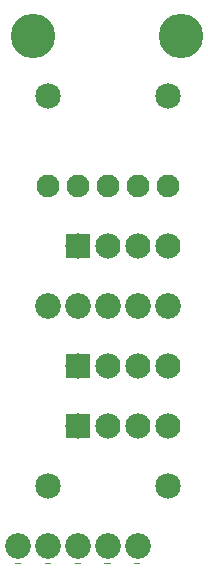
<source format=gbs>
G04 MADE WITH FRITZING*
G04 WWW.FRITZING.ORG*
G04 DOUBLE SIDED*
G04 HOLES PLATED*
G04 CONTOUR ON CENTER OF CONTOUR VECTOR*
%ASAXBY*%
%FSLAX23Y23*%
%MOIN*%
%OFA0B0*%
%SFA1.0B1.0*%
%ADD10C,0.085361*%
%ADD11C,0.085000*%
%ADD12C,0.076000*%
%ADD13C,0.148425*%
%ADD14C,0.084000*%
%ADD15C,0.086000*%
%ADD16R,0.084000X0.084000*%
%ADD17R,0.001000X0.001000*%
%LNMASK0*%
G90*
G70*
G54D10*
X454Y59D03*
X354Y59D03*
X254Y59D03*
X154Y59D03*
X54Y59D03*
G54D11*
X554Y1559D03*
X154Y1559D03*
X554Y259D03*
X154Y259D03*
G54D12*
X154Y1259D03*
G54D13*
X599Y1759D03*
G54D12*
X254Y1259D03*
X354Y1259D03*
X454Y1259D03*
X554Y1259D03*
G54D13*
X104Y1759D03*
G54D14*
X354Y459D03*
X554Y459D03*
X254Y459D03*
X454Y459D03*
X354Y1059D03*
X554Y1059D03*
X254Y1059D03*
X454Y1059D03*
X354Y659D03*
X554Y659D03*
X254Y659D03*
X454Y659D03*
G54D15*
X454Y859D03*
X554Y859D03*
X154Y859D03*
X254Y859D03*
X354Y859D03*
G54D16*
X254Y459D03*
X254Y1059D03*
X254Y659D03*
G54D17*
X49Y2D02*
X57Y2D01*
X149Y2D02*
X157Y2D01*
X249Y2D02*
X257Y2D01*
X349Y2D02*
X357Y2D01*
X449Y2D02*
X457Y2D01*
X44Y1D02*
X63Y1D01*
X144Y1D02*
X163Y1D01*
X244Y1D02*
X263Y1D01*
X343Y1D02*
X363Y1D01*
X443Y1D02*
X462Y1D01*
X40Y0D02*
X67Y0D01*
X140Y0D02*
X166Y0D01*
X240Y0D02*
X266Y0D01*
X340Y0D02*
X366Y0D01*
X440Y0D02*
X466Y0D01*
X38Y-1D02*
X69Y-1D01*
X137Y-1D02*
X169Y-1D01*
X237Y-1D02*
X269Y-1D01*
X337Y-1D02*
X369Y-1D01*
X437Y-1D02*
X469Y-1D01*
D02*
G04 End of Mask0*
M02*
</source>
